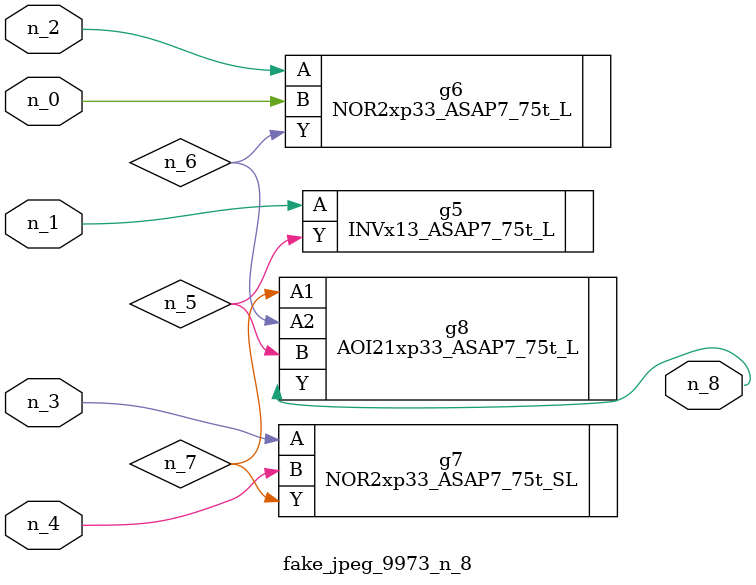
<source format=v>
module fake_jpeg_9973_n_8 (n_3, n_2, n_1, n_0, n_4, n_8);

input n_3;
input n_2;
input n_1;
input n_0;
input n_4;

output n_8;

wire n_6;
wire n_5;
wire n_7;

INVx13_ASAP7_75t_L g5 ( 
.A(n_1),
.Y(n_5)
);

NOR2xp33_ASAP7_75t_L g6 ( 
.A(n_2),
.B(n_0),
.Y(n_6)
);

NOR2xp33_ASAP7_75t_SL g7 ( 
.A(n_3),
.B(n_4),
.Y(n_7)
);

AOI21xp33_ASAP7_75t_L g8 ( 
.A1(n_7),
.A2(n_6),
.B(n_5),
.Y(n_8)
);


endmodule
</source>
